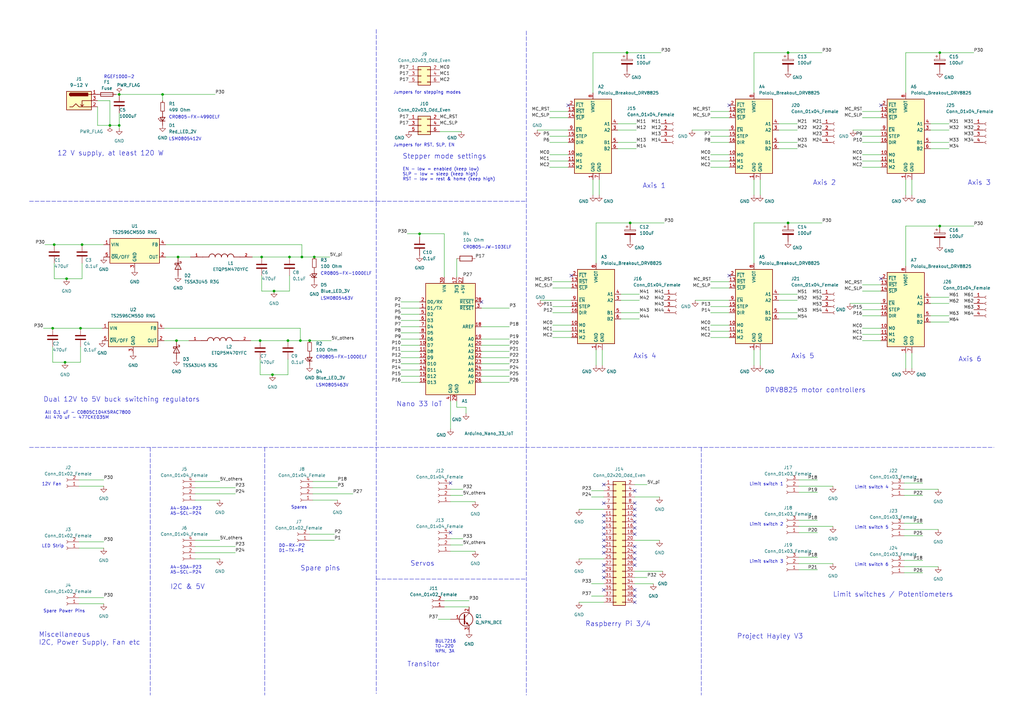
<source format=kicad_sch>
(kicad_sch (version 20211123) (generator eeschema)
  (paper "A3")
  (junction (at 323.215 21.59))
  (junction (at 48.895 51.435))
  (junction (at 48.895 38.735))
  (junction (at 118.11 139.7))
  (junction (at 27.305 114.3))
  (junction (at 323.215 91.44))
  (junction (at 22.225 100.33))
  (junction (at 33.02 134.62))
  (junction (at 172.085 95.885))
  (junction (at 66.675 38.735))
  (junction (at 106.68 139.7))
  (junction (at 33.655 100.33))
  (junction (at 118.745 105.41))
  (junction (at 107.315 105.41))
  (junction (at 385.445 92.71))
  (junction (at 72.39 139.7))
  (junction (at 111.76 153.67))
  (junction (at 73.025 105.41))
  (junction (at 385.445 21.59))
  (junction (at 123.19 139.7))
  (junction (at 258.445 91.44))
  (junction (at 127 139.7))
  (junction (at 112.395 119.38))
  (junction (at 26.67 148.59))
  (junction (at 123.825 105.41))
  (junction (at 45.085 51.435))
  (junction (at 257.175 21.59))
  (junction (at 21.59 134.62))
  (junction (at 128.905 105.41))
  (no_connect (at 361.315 114.3))
  (no_connect (at 361.315 43.18))
  (no_connect (at 247.65 213.995))
  (no_connect (at 184.785 198.12))
  (no_connect (at 184.785 218.44))
  (no_connect (at 260.35 211.455))
  (no_connect (at 260.35 229.235))
  (no_connect (at 260.35 247.015))
  (no_connect (at 260.35 224.155))
  (no_connect (at 260.35 226.695))
  (no_connect (at 299.085 43.18))
  (no_connect (at 260.35 206.375))
  (no_connect (at 247.65 211.455))
  (no_connect (at 260.35 231.775))
  (no_connect (at 299.085 113.03))
  (no_connect (at 247.65 241.935))
  (no_connect (at 260.35 244.475))
  (no_connect (at 247.65 236.855))
  (no_connect (at 260.35 201.295))
  (no_connect (at 197.485 123.825))
  (no_connect (at 247.65 226.695))
  (no_connect (at 247.65 231.775))
  (no_connect (at 247.65 221.615))
  (no_connect (at 260.35 208.915))
  (no_connect (at 247.65 198.755))
  (no_connect (at 247.65 206.375))
  (no_connect (at 234.315 113.03))
  (no_connect (at 260.35 216.535))
  (no_connect (at 247.65 224.155))
  (no_connect (at 247.65 216.535))
  (no_connect (at 247.65 219.075))
  (no_connect (at 247.65 234.315))
  (no_connect (at 260.35 219.075))
  (no_connect (at 233.045 43.18))
  (no_connect (at 260.35 213.995))
  (no_connect (at 260.35 241.935))
  (wire (pts (xy 309.245 91.44) (xy 323.215 91.44)))
  (wire (pts (xy 257.175 21.59) (xy 271.145 21.59)))
  (wire (pts (xy 164.465 133.985) (xy 172.085 133.985)))
  (wire (pts (xy 221.615 123.19) (xy 234.315 123.19)))
  (wire (pts (xy 381.635 124.46) (xy 389.255 124.46)))
  (wire (pts (xy 253.365 50.8) (xy 260.985 50.8)))
  (wire (pts (xy 40.005 51.435) (xy 45.085 51.435)))
  (wire (pts (xy 182.245 248.92) (xy 192.405 248.92)))
  (wire (pts (xy 353.695 45.72) (xy 361.315 45.72)))
  (wire (pts (xy 353.695 137.16) (xy 361.315 137.16)))
  (wire (pts (xy 128.27 205.105) (xy 138.43 205.105)))
  (wire (pts (xy 225.425 68.58) (xy 233.045 68.58)))
  (wire (pts (xy 191.135 167.005) (xy 191.135 169.545)))
  (wire (pts (xy 370.84 198.12) (xy 378.46 198.12)))
  (wire (pts (xy 291.465 138.43) (xy 299.085 138.43)))
  (wire (pts (xy 111.76 153.67) (xy 106.68 153.67)))
  (wire (pts (xy 164.465 139.065) (xy 172.085 139.065)))
  (wire (pts (xy 45.085 51.435) (xy 48.895 51.435)))
  (wire (pts (xy 291.465 135.89) (xy 299.085 135.89)))
  (wire (pts (xy 353.695 68.58) (xy 361.315 68.58)))
  (wire (pts (xy 242.57 239.395) (xy 247.65 239.395)))
  (wire (pts (xy 123.19 134.62) (xy 123.19 139.7)))
  (wire (pts (xy 225.425 48.26) (xy 233.045 48.26)))
  (wire (pts (xy 123.825 105.41) (xy 128.905 105.41)))
  (wire (pts (xy 26.67 148.59) (xy 21.59 148.59)))
  (wire (pts (xy 107.315 105.41) (xy 118.745 105.41)))
  (wire (pts (xy 184.785 226.06) (xy 194.945 226.06)))
  (wire (pts (xy 164.465 136.525) (xy 172.085 136.525)))
  (wire (pts (xy 253.365 58.42) (xy 260.985 58.42)))
  (wire (pts (xy 319.405 130.81) (xy 327.025 130.81)))
  (wire (pts (xy 226.695 135.89) (xy 234.315 135.89)))
  (wire (pts (xy 40.005 43.815) (xy 40.005 51.435)))
  (wire (pts (xy 127 219.075) (xy 137.16 219.075)))
  (wire (pts (xy 197.485 156.845) (xy 208.915 156.845)))
  (wire (pts (xy 243.205 21.59) (xy 257.175 21.59)))
  (wire (pts (xy 179.705 254) (xy 184.785 254)))
  (wire (pts (xy 80.01 224.155) (xy 96.52 224.155)))
  (wire (pts (xy 48.895 38.735) (xy 66.675 38.735)))
  (wire (pts (xy 32.385 196.85) (xy 42.545 196.85)))
  (wire (pts (xy 103.505 105.41) (xy 107.315 105.41)))
  (wire (pts (xy 353.695 63.5) (xy 361.315 63.5)))
  (wire (pts (xy 32.385 224.79) (xy 42.545 224.79)))
  (polyline (pts (xy 287.655 183.515) (xy 287.655 285.115)))
  (wire (pts (xy 371.475 92.71) (xy 385.445 92.71)))
  (polyline (pts (xy 154.305 82.55) (xy 215.9 82.55)))
  (wire (pts (xy 254.635 123.19) (xy 262.255 123.19)))
  (wire (pts (xy 226.695 125.73) (xy 234.315 125.73)))
  (wire (pts (xy 319.405 58.42) (xy 327.025 58.42)))
  (wire (pts (xy 374.015 73.66) (xy 374.015 80.01)))
  (wire (pts (xy 33.02 142.24) (xy 33.02 148.59)))
  (wire (pts (xy 327.66 199.39) (xy 341.63 199.39)))
  (wire (pts (xy 327.66 233.68) (xy 335.28 233.68)))
  (wire (pts (xy 247.015 143.51) (xy 247.015 149.86)))
  (wire (pts (xy 381.635 58.42) (xy 389.255 58.42)))
  (wire (pts (xy 80.01 200.025) (xy 96.52 200.025)))
  (wire (pts (xy 106.68 147.32) (xy 106.68 153.67)))
  (wire (pts (xy 197.485 126.365) (xy 208.915 126.365)))
  (wire (pts (xy 226.695 138.43) (xy 234.315 138.43)))
  (wire (pts (xy 254.635 130.81) (xy 262.255 130.81)))
  (wire (pts (xy 220.345 53.34) (xy 233.045 53.34)))
  (wire (pts (xy 164.465 128.905) (xy 172.085 128.905)))
  (wire (pts (xy 370.84 219.71) (xy 378.46 219.71)))
  (wire (pts (xy 353.695 66.04) (xy 361.315 66.04)))
  (wire (pts (xy 260.35 221.615) (xy 270.51 221.615)))
  (wire (pts (xy 197.485 149.225) (xy 208.915 149.225)))
  (wire (pts (xy 164.465 131.445) (xy 172.085 131.445)))
  (wire (pts (xy 291.465 115.57) (xy 299.085 115.57)))
  (wire (pts (xy 319.405 60.96) (xy 327.025 60.96)))
  (wire (pts (xy 243.205 38.1) (xy 243.205 21.59)))
  (wire (pts (xy 260.35 203.835) (xy 270.51 203.835)))
  (wire (pts (xy 72.39 139.7) (xy 77.47 139.7)))
  (wire (pts (xy 32.385 222.25) (xy 42.545 222.25)))
  (wire (pts (xy 327.66 215.9) (xy 341.63 215.9)))
  (wire (pts (xy 370.84 214.63) (xy 378.46 214.63)))
  (wire (pts (xy 48.895 51.435) (xy 48.895 46.355)))
  (wire (pts (xy 164.465 151.765) (xy 172.085 151.765)))
  (wire (pts (xy 67.31 139.7) (xy 72.39 139.7)))
  (wire (pts (xy 164.465 141.605) (xy 172.085 141.605)))
  (wire (pts (xy 164.465 123.825) (xy 172.085 123.825)))
  (wire (pts (xy 371.475 144.78) (xy 371.475 151.13)))
  (wire (pts (xy 353.695 58.42) (xy 361.315 58.42)))
  (wire (pts (xy 381.635 129.54) (xy 389.255 129.54)))
  (wire (pts (xy 243.205 73.66) (xy 243.205 80.01)))
  (wire (pts (xy 353.695 116.84) (xy 361.315 116.84)))
  (wire (pts (xy 21.59 134.62) (xy 33.02 134.62)))
  (wire (pts (xy 67.31 134.62) (xy 123.19 134.62)))
  (wire (pts (xy 197.485 151.765) (xy 208.915 151.765)))
  (wire (pts (xy 260.35 234.315) (xy 271.78 234.315)))
  (wire (pts (xy 197.485 154.305) (xy 208.915 154.305)))
  (wire (pts (xy 309.245 38.1) (xy 309.245 21.59)))
  (wire (pts (xy 353.695 48.26) (xy 361.315 48.26)))
  (wire (pts (xy 381.635 132.08) (xy 389.255 132.08)))
  (wire (pts (xy 309.245 143.51) (xy 309.245 149.86)))
  (wire (pts (xy 245.745 73.66) (xy 245.745 80.01)))
  (wire (pts (xy 309.245 73.66) (xy 309.245 80.01)))
  (wire (pts (xy 327.66 218.44) (xy 335.28 218.44)))
  (wire (pts (xy 225.425 58.42) (xy 233.045 58.42)))
  (wire (pts (xy 311.785 73.66) (xy 311.785 80.01)))
  (wire (pts (xy 167.005 95.885) (xy 172.085 95.885)))
  (wire (pts (xy 260.35 239.395) (xy 267.97 239.395)))
  (wire (pts (xy 244.475 143.51) (xy 244.475 149.86)))
  (wire (pts (xy 128.905 105.41) (xy 135.255 105.41)))
  (wire (pts (xy 381.635 60.96) (xy 389.255 60.96)))
  (wire (pts (xy 164.465 149.225) (xy 172.085 149.225)))
  (polyline (pts (xy 154.305 237.49) (xy 215.9 237.49)))
  (wire (pts (xy 80.01 221.615) (xy 90.17 221.615)))
  (wire (pts (xy 370.84 229.87) (xy 378.46 229.87)))
  (polyline (pts (xy 12.065 82.55) (xy 154.305 82.55)))
  (wire (pts (xy 184.785 164.465) (xy 184.785 175.895)))
  (wire (pts (xy 253.365 53.34) (xy 260.985 53.34)))
  (wire (pts (xy 187.325 106.045) (xy 187.325 113.665)))
  (wire (pts (xy 184.785 220.98) (xy 189.865 220.98)))
  (wire (pts (xy 381.635 53.34) (xy 389.255 53.34)))
  (wire (pts (xy 66.675 41.275) (xy 66.675 38.735)))
  (wire (pts (xy 291.465 55.88) (xy 299.085 55.88)))
  (wire (pts (xy 353.695 139.7) (xy 361.315 139.7)))
  (wire (pts (xy 225.425 55.88) (xy 233.045 55.88)))
  (wire (pts (xy 323.215 91.44) (xy 337.185 91.44)))
  (wire (pts (xy 244.475 107.95) (xy 244.475 91.44)))
  (wire (pts (xy 319.405 120.65) (xy 327.025 120.65)))
  (wire (pts (xy 291.465 58.42) (xy 299.085 58.42)))
  (wire (pts (xy 197.485 139.065) (xy 208.915 139.065)))
  (wire (pts (xy 370.84 234.95) (xy 378.46 234.95)))
  (wire (pts (xy 283.845 53.34) (xy 299.085 53.34)))
  (wire (pts (xy 327.66 228.6) (xy 335.28 228.6)))
  (wire (pts (xy 118.11 153.67) (xy 111.76 153.67)))
  (wire (pts (xy 381.635 50.8) (xy 389.255 50.8)))
  (wire (pts (xy 260.35 198.755) (xy 265.43 198.755)))
  (wire (pts (xy 180.34 53.975) (xy 189.23 53.975)))
  (wire (pts (xy 242.57 244.475) (xy 247.65 244.475)))
  (wire (pts (xy 371.475 73.66) (xy 371.475 80.01)))
  (wire (pts (xy 127 221.615) (xy 137.16 221.615)))
  (wire (pts (xy 226.695 128.27) (xy 234.315 128.27)))
  (wire (pts (xy 237.49 208.915) (xy 247.65 208.915)))
  (wire (pts (xy 184.785 203.2) (xy 189.865 203.2)))
  (wire (pts (xy 353.695 127) (xy 361.315 127)))
  (wire (pts (xy 353.695 129.54) (xy 361.315 129.54)))
  (wire (pts (xy 370.84 200.66) (xy 384.81 200.66)))
  (wire (pts (xy 353.695 119.38) (xy 361.315 119.38)))
  (wire (pts (xy 107.315 113.03) (xy 107.315 119.38)))
  (wire (pts (xy 184.785 205.74) (xy 194.945 205.74)))
  (wire (pts (xy 33.655 107.95) (xy 33.655 114.3)))
  (wire (pts (xy 32.385 245.11) (xy 42.545 245.11)))
  (wire (pts (xy 80.01 205.105) (xy 90.17 205.105)))
  (wire (pts (xy 370.84 232.41) (xy 384.81 232.41)))
  (wire (pts (xy 80.01 229.235) (xy 90.17 229.235)))
  (wire (pts (xy 128.27 197.485) (xy 138.43 197.485)))
  (wire (pts (xy 197.485 133.985) (xy 208.915 133.985)))
  (wire (pts (xy 27.305 114.3) (xy 22.225 114.3)))
  (wire (pts (xy 128.27 202.565) (xy 144.78 202.565)))
  (wire (pts (xy 258.445 91.44) (xy 272.415 91.44)))
  (wire (pts (xy 370.84 217.17) (xy 384.81 217.17)))
  (wire (pts (xy 18.415 100.33) (xy 22.225 100.33)))
  (wire (pts (xy 33.02 148.59) (xy 26.67 148.59)))
  (wire (pts (xy 242.57 203.835) (xy 247.65 203.835)))
  (wire (pts (xy 80.01 202.565) (xy 96.52 202.565)))
  (wire (pts (xy 237.49 229.235) (xy 247.65 229.235)))
  (wire (pts (xy 385.445 92.71) (xy 399.415 92.71)))
  (wire (pts (xy 353.695 55.88) (xy 361.315 55.88)))
  (wire (pts (xy 371.475 21.59) (xy 385.445 21.59)))
  (wire (pts (xy 187.325 164.465) (xy 187.325 167.005)))
  (wire (pts (xy 182.245 95.885) (xy 172.085 95.885)))
  (wire (pts (xy 172.085 95.885) (xy 172.085 97.155)))
  (wire (pts (xy 22.225 107.95) (xy 22.225 114.3)))
  (wire (pts (xy 348.615 124.46) (xy 361.315 124.46)))
  (wire (pts (xy 291.465 66.04) (xy 299.085 66.04)))
  (wire (pts (xy 47.625 38.735) (xy 48.895 38.735)))
  (wire (pts (xy 309.245 107.95) (xy 309.245 91.44)))
  (wire (pts (xy 225.425 45.72) (xy 233.045 45.72)))
  (wire (pts (xy 127 139.7) (xy 135.89 139.7)))
  (wire (pts (xy 164.465 156.845) (xy 172.085 156.845)))
  (wire (pts (xy 164.465 144.145) (xy 172.085 144.145)))
  (wire (pts (xy 291.465 63.5) (xy 299.085 63.5)))
  (wire (pts (xy 67.945 100.33) (xy 123.825 100.33)))
  (wire (pts (xy 80.01 197.485) (xy 90.17 197.485)))
  (wire (pts (xy 226.695 118.11) (xy 234.315 118.11)))
  (wire (pts (xy 254.635 120.65) (xy 262.255 120.65)))
  (wire (pts (xy 33.655 114.3) (xy 27.305 114.3)))
  (wire (pts (xy 237.49 247.015) (xy 247.65 247.015)))
  (wire (pts (xy 323.215 21.59) (xy 337.185 21.59)))
  (wire (pts (xy 311.785 143.51) (xy 311.785 149.86)))
  (polyline (pts (xy 108.585 183.515) (xy 108.585 285.115)))
  (wire (pts (xy 128.27 200.025) (xy 138.43 200.025)))
  (wire (pts (xy 118.11 147.32) (xy 118.11 153.67)))
  (wire (pts (xy 381.635 121.92) (xy 389.255 121.92)))
  (polyline (pts (xy 215.9 12.7) (xy 215.9 285.115)))
  (wire (pts (xy 17.78 134.62) (xy 21.59 134.62)))
  (wire (pts (xy 80.01 226.695) (xy 96.52 226.695)))
  (wire (pts (xy 187.325 167.005) (xy 191.135 167.005)))
  (wire (pts (xy 164.465 146.685) (xy 172.085 146.685)))
  (polyline (pts (xy 154.305 12.065) (xy 154.305 284.48)))
  (wire (pts (xy 106.68 139.7) (xy 118.11 139.7)))
  (wire (pts (xy 73.025 105.41) (xy 78.105 105.41)))
  (wire (pts (xy 225.425 63.5) (xy 233.045 63.5)))
  (wire (pts (xy 112.395 119.38) (xy 107.315 119.38)))
  (wire (pts (xy 22.225 100.33) (xy 33.655 100.33)))
  (wire (pts (xy 309.245 21.59) (xy 323.215 21.59)))
  (wire (pts (xy 319.405 128.27) (xy 327.025 128.27)))
  (wire (pts (xy 291.465 45.72) (xy 299.085 45.72)))
  (wire (pts (xy 184.785 200.66) (xy 189.865 200.66)))
  (wire (pts (xy 197.485 141.605) (xy 208.915 141.605)))
  (wire (pts (xy 182.245 113.665) (xy 182.245 95.885)))
  (wire (pts (xy 319.405 53.34) (xy 327.025 53.34)))
  (wire (pts (xy 118.745 113.03) (xy 118.745 119.38)))
  (wire (pts (xy 123.19 139.7) (xy 127 139.7)))
  (wire (pts (xy 32.385 199.39) (xy 42.545 199.39)))
  (wire (pts (xy 374.015 144.78) (xy 374.015 151.13)))
  (wire (pts (xy 254.635 128.27) (xy 262.255 128.27)))
  (wire (pts (xy 291.465 128.27) (xy 299.085 128.27)))
  (wire (pts (xy 225.425 66.04) (xy 233.045 66.04)))
  (wire (pts (xy 197.485 144.145) (xy 208.915 144.145)))
  (wire (pts (xy 291.465 48.26) (xy 299.085 48.26)))
  (wire (pts (xy 327.66 201.93) (xy 335.28 201.93)))
  (wire (pts (xy 40.005 41.275) (xy 45.085 41.275)))
  (wire (pts (xy 21.59 142.24) (xy 21.59 148.59)))
  (wire (pts (xy 48.895 52.705) (xy 48.895 51.435)))
  (wire (pts (xy 67.945 105.41) (xy 73.025 105.41)))
  (wire (pts (xy 226.695 115.57) (xy 234.315 115.57)))
  (wire (pts (xy 319.405 50.8) (xy 327.025 50.8)))
  (wire (pts (xy 118.745 119.38) (xy 112.395 119.38)))
  (wire (pts (xy 349.885 53.34) (xy 361.315 53.34)))
  (wire (pts (xy 327.66 231.14) (xy 341.63 231.14)))
  (wire (pts (xy 244.475 91.44) (xy 258.445 91.44)))
  (wire (pts (xy 327.66 196.85) (xy 335.28 196.85)))
  (wire (pts (xy 102.87 139.7) (xy 106.68 139.7)))
  (wire (pts (xy 291.465 68.58) (xy 299.085 68.58)))
  (wire (pts (xy 33.655 100.33) (xy 42.545 100.33)))
  (wire (pts (xy 66.675 38.735) (xy 88.265 38.735)))
  (wire (pts (xy 226.695 133.35) (xy 234.315 133.35)))
  (wire (pts (xy 291.465 133.35) (xy 299.085 133.35)))
  (wire (pts (xy 385.445 21.59) (xy 399.415 21.59)))
  (wire (pts (xy 260.35 236.855) (xy 265.43 236.855)))
  (wire (pts (xy 197.485 146.685) (xy 208.915 146.685)))
  (wire (pts (xy 370.84 203.2) (xy 378.46 203.2)))
  (wire (pts (xy 291.465 118.11) (xy 299.085 118.11)))
  (wire (pts (xy 371.475 38.1) (xy 371.475 21.59)))
  (wire (pts (xy 32.385 247.65) (xy 42.545 247.65)))
  (wire (pts (xy 164.465 154.305) (xy 172.085 154.305)))
  (polyline (pts (xy 12.065 183.515) (xy 407.67 183.515)))
  (wire (pts (xy 118.11 139.7) (xy 123.19 139.7)))
  (wire (pts (xy 45.085 41.275) (xy 45.085 51.435)))
  (wire (pts (xy 353.695 134.62) (xy 361.315 134.62)))
  (wire (pts (xy 253.365 60.96) (xy 260.985 60.96)))
  (wire (pts (xy 319.405 123.19) (xy 327.025 123.19)))
  (wire (pts (xy 182.245 246.38) (xy 192.405 246.38)))
  (wire (pts (xy 184.785 223.52) (xy 189.865 223.52)))
  (wire (pts (xy 123.825 100.33) (xy 123.825 105.41)))
  (polyline (pts (xy 61.595 183.515) (xy 61.595 285.115)))
  (wire (pts (xy 285.115 123.19) (xy 299.085 123.19)))
  (wire (pts (xy 371.475 109.22) (xy 371.475 92.71)))
  (wire (pts (xy 33.02 134.62) (xy 41.91 134.62)))
  (wire (pts (xy 327.66 213.36) (xy 335.28 213.36)))
  (wire (pts (xy 164.465 126.365) (xy 172.085 126.365)))
  (wire (pts (xy 291.465 125.73) (xy 299.085 125.73)))
  (wire (pts (xy 242.57 201.295) (xy 247.65 201.295)))
  (wire (pts (xy 118.745 105.41) (xy 123.825 105.41)))
  (text "A4-SDA-P23\nA5-SCL-P24" (at 69.85 235.585 0) (effects (font (size 1.27 1.27)) (justify left bottom)))
  (text "Limit switch 2" (at 321.31 215.9 180) (effects (font (size 1.27 1.27)) (justify right bottom)))
  (text "Jumpers for stepping modes" (at 161.29 38.735 0) (effects (font (size 1.27 1.27)) (justify left bottom)))
  (text "Project Hayley V3" (at 302.26 262.255 0) (effects (font (size 2 2)) (justify left bottom)))
  (text "Limit switches / Potentiometers" (at 341.63 245.11 0) (effects (font (size 2 2)) (justify left bottom)))
  (text "Miscellaneous\nI2C, Power Supply, Fan etc" (at 15.875 264.795 0) (effects (font (size 2 2)) (justify left bottom)))
  (text "CR0805-JW-103ELF" (at 189.865 102.235 0) (effects (font (size 1.27 1.27)) (justify left bottom)))
  (text "D0-RX-P2\nD1-TX-P1" (at 114.3 226.695 0) (effects (font (size 1.27 1.27)) (justify left bottom)))
  (text "All 0.1 uF - C0805C104K5RAC7800\nAll 470 uF - 477CKE035M" (at 18.415 172.085 0) (effects (font (size 1.27 1.27)) (justify left bottom)))
  (text "CR0805-FX-1000ELF" (at 129.54 147.32 0) (effects (font (size 1.27 1.27)) (justify left bottom)))
  (text "Axis 4" (at 259.715 147.32 0) (effects (font (size 2 2)) (justify left bottom)))
  (text "BUL7216\nTO-220\nNPN, 3A" (at 178.435 267.97 0) (effects (font (size 1.27 1.27)) (justify left bottom)))
  (text "Axis 1" (at 263.525 77.47 0) (effects (font (size 2 2)) (justify left bottom)))
  (text "Limit switch 1" (at 321.31 199.39 180) (effects (font (size 1.27 1.27)) (justify right bottom)))
  (text "A4-SDA-P23\nA5-SCL-P24" (at 69.85 211.455 0) (effects (font (size 1.27 1.27)) (justify left bottom)))
  (text "Limit switch 6" (at 364.49 232.41 180) (effects (font (size 1.27 1.27)) (justify right bottom)))
  (text "CR0805-FX-4990ELF" (at 69.215 48.895 0) (effects (font (size 1.27 1.27)) (justify left bottom)))
  (text "Limit switch 4" (at 364.49 200.66 180) (effects (font (size 1.27 1.27)) (justify right bottom)))
  (text "Servos" (at 168.275 232.41 0) (effects (font (size 2 2)) (justify left bottom)))
  (text "Limit switch 5" (at 364.49 217.17 180) (effects (font (size 1.27 1.27)) (justify right bottom)))
  (text "LSM0805463V" (at 131.445 123.2536 0) (effects (font (size 1.27 1.27)) (justify left bottom)))
  (text "Stepper mode settings" (at 165.1 65.405 0) (effects (font (size 2 2)) (justify left bottom)))
  (text "EN - low = enabled (keep low)\nSLP - low = sleep (keep high)\nRST - low = rest & home (keep high)" (at 165.1 74.295 0) (effects (font (size 1.27 1.27)) (justify left bottom)))
  (text "Axis 6" (at 393.065 148.59 0) (effects (font (size 2 2)) (justify left bottom)))
  (text "Transitor" (at 167.005 273.685 0) (effects (font (size 2 2)) (justify left bottom)))
  (text "LSM0805412V" (at 69.215 57.8486 0) (effects (font (size 1.27 1.27)) (justify left bottom)))
  (text "LED Strip" (at 17.145 224.79 0) (effects (font (size 1.27 1.27)) (justify left bottom)))
  (text "RGEF1000-2" (at 42.545 32.385 0) (effects (font (size 1.27 1.27)) (justify left bottom)))
  (text "LSM0805463V" (at 129.54 158.8136 0) (effects (font (size 1.27 1.27)) (justify left bottom)))
  (text "Spare Power Pins" (at 34.925 251.46 180) (effects (font (size 1.27 1.27)) (justify right bottom)))
  (text "Spares" (at 119.38 208.915 0) (effects (font (size 1.27 1.27)) (justify left bottom)))
  (text "I2C & 5V" (at 69.85 241.935 0) (effects (font (size 2 2)) (justify left bottom)))
  (text "Limit switch 3" (at 321.31 231.14 180) (effects (font (size 1.27 1.27)) (justify right bottom)))
  (text "CR0805-FX-1000ELF" (at 131.445 113.03 0) (effects (font (size 1.27 1.27)) (justify left bottom)))
  (text "Axis 2" (at 333.375 76.2 0) (effects (font (size 2 2)) (justify left bottom)))
  (text "12V Fan" (at 17.145 199.39 0) (effects (font (size 1.27 1.27)) (justify left bottom)))
  (text "Spare pins" (at 123.19 234.315 0) (effects (font (size 2 2)) (justify left bottom)))
  (text "Nano 33 IoT" (at 162.56 167.005 0) (effects (font (size 2 2)) (justify left bottom)))
  (text "Dual 12V to 5V buck switching regulators" (at 17.78 165.1 0) (effects (font (size 2 2)) (justify left bottom)))
  (text "Jumpers for RST, SLP, EN" (at 161.29 60.325 0) (effects (font (size 1.27 1.27)) (justify left bottom)))
  (text "Axis 5" (at 324.485 147.32 0) (effects (font (size 2 2)) (justify left bottom)))
  (text "Axis 3" (at 396.875 76.2 0) (effects (font (size 2 2)) (justify left bottom)))
  (text "12 V supply, at least 120 W" (at 23.495 64.135 0) (effects (font (size 2 2)) (justify left bottom)))
  (text "Raspberry Pi 3/4" (at 240.03 257.175 0) (effects (font (size 2 2)) (justify left bottom)))
  (text "DRV8825 motor controllers" (at 313.69 161.29 0) (effects (font (size 2 2)) (justify left bottom)))
  (label "P9" (at 164.465 139.065 180))
  (label "M43" (at 262.255 128.27 0))
  (label "P3" (at 138.43 200.025 0))
  (label "P21" (at 208.915 144.145 0))
  (label "M52" (at 327.025 123.19 0))
  (label "M21" (at 337.185 50.8 180))
  (label "P24" (at 96.52 202.565 0))
  (label "5V_others" (at 135.89 139.7 0))
  (label "MC1" (at 226.695 135.89 180))
  (label "5V_pi" (at 265.43 198.755 0))
  (label "MC0" (at 353.695 134.62 180))
  (label "M63" (at 389.255 129.54 0))
  (label "M12" (at 260.985 53.34 0))
  (label "P30" (at 42.545 222.25 0))
  (label "MC0" (at 226.695 133.35 180))
  (label "P18" (at 378.46 229.87 180))
  (label "5V_pi" (at 135.255 105.41 0))
  (label "M64" (at 389.255 132.08 0))
  (label "MC_RST" (at 225.425 45.72 180))
  (label "P7" (at 291.465 55.88 180))
  (label "P12" (at 164.465 146.685 180))
  (label "MC2" (at 291.465 138.43 180))
  (label "MC0" (at 353.695 63.5 180))
  (label "P18" (at 378.46 198.12 180))
  (label "P30" (at 337.185 91.44 0))
  (label "P16" (at 353.695 129.54 180))
  (label "P22" (at 378.46 203.2 180))
  (label "P13" (at 291.465 125.73 180))
  (label "MC2" (at 353.695 139.7 180))
  (label "P5" (at 225.425 55.88 180))
  (label "M31" (at 389.255 50.8 0))
  (label "P37" (at 242.57 244.475 180))
  (label "MC2" (at 353.695 68.58 180))
  (label "P15" (at 164.465 154.305 180))
  (label "P32" (at 189.865 200.66 0))
  (label "MC_RST" (at 180.34 48.895 0))
  (label "P32" (at 265.43 236.855 0))
  (label "P8" (at 291.465 58.42 180))
  (label "P30" (at 337.185 21.59 0))
  (label "P27" (at 189.865 113.665 0))
  (label "M11" (at 260.985 50.8 0))
  (label "P18" (at 335.28 196.85 180))
  (label "P7" (at 164.465 133.985 180))
  (label "P25" (at 208.915 154.305 0))
  (label "MC_SLP" (at 353.695 48.26 180))
  (label "M44" (at 262.255 130.81 0))
  (label "M51" (at 337.185 120.65 180))
  (label "P19" (at 335.28 201.93 180))
  (label "P23" (at 96.52 200.025 0))
  (label "P15" (at 353.695 127 180))
  (label "M42" (at 262.255 123.19 0))
  (label "P37" (at 179.705 254 180))
  (label "P24" (at 208.915 151.765 0))
  (label "P30" (at 17.78 134.62 180))
  (label "MC0" (at 225.425 63.5 180))
  (label "P3" (at 208.915 126.365 0))
  (label "P30" (at 272.415 91.44 0))
  (label "MC0" (at 291.465 133.35 180))
  (label "MC_RST" (at 291.465 45.72 180))
  (label "MC_RST" (at 226.695 115.57 180))
  (label "M21" (at 327.025 50.8 0))
  (label "M24" (at 327.025 60.96 0))
  (label "P14" (at 291.465 128.27 180))
  (label "M51" (at 327.025 120.65 0))
  (label "P22" (at 208.915 146.685 0))
  (label "P13" (at 164.465 149.225 180))
  (label "5V_others" (at 189.865 223.52 0))
  (label "M33" (at 389.255 58.42 0))
  (label "P26" (at 208.915 156.845 0))
  (label "P20" (at 208.915 141.605 0))
  (label "MC_SLP" (at 291.465 118.11 180))
  (label "MC_SLP" (at 180.34 51.435 0))
  (label "M22" (at 327.025 53.34 0))
  (label "P6" (at 164.465 131.445 180))
  (label "M11" (at 271.145 50.8 180))
  (label "MC1" (at 180.34 31.115 0))
  (label "P6" (at 225.425 58.42 180))
  (label "M52" (at 337.185 123.19 180))
  (label "M42" (at 272.415 123.19 180))
  (label "MC2" (at 180.34 33.655 0))
  (label "P30" (at 18.415 100.33 180))
  (label "M13" (at 271.145 55.88 180))
  (label "M14" (at 260.985 60.96 0))
  (label "MC2" (at 226.695 138.43 180))
  (label "P30" (at 399.415 92.71 0))
  (label "P1" (at 137.16 221.615 0))
  (label "MC_SLP" (at 291.465 48.26 180))
  (label "P33" (at 242.57 239.395 180))
  (label "P30" (at 88.265 38.735 0))
  (label "P17" (at 167.64 48.895 180))
  (label "M53" (at 337.185 125.73 180))
  (label "MC1" (at 225.425 66.04 180))
  (label "P2" (at 164.465 123.825 180))
  (label "P17" (at 167.64 28.575 180))
  (label "MC2" (at 225.425 68.58 180))
  (label "P18" (at 335.28 213.36 180))
  (label "M34" (at 399.415 58.42 180))
  (label "P16" (at 164.465 156.845 180))
  (label "P26" (at 378.46 234.95 180))
  (label "P20" (at 335.28 218.44 180))
  (label "M43" (at 272.415 125.73 180))
  (label "M62" (at 399.415 124.46 180))
  (label "M22" (at 337.185 53.34 180))
  (label "M31" (at 399.415 50.8 180))
  (label "P5" (at 164.465 128.905 180))
  (label "M63" (at 399.415 127 180))
  (label "P24" (at 242.57 203.835 180))
  (label "P17" (at 167.64 33.655 180))
  (label "MC_SLP" (at 353.695 119.38 180))
  (label "P30" (at 42.545 196.85 0))
  (label "MC2" (at 291.465 68.58 180))
  (label "P30" (at 167.005 95.885 180))
  (label "M34" (at 389.255 60.96 0))
  (label "MC_SLP" (at 225.425 48.26 180))
  (label "P10" (at 164.465 141.605 180))
  (label "M44" (at 272.415 128.27 180))
  (label "MC1" (at 353.695 137.16 180))
  (label "P12" (at 226.695 128.27 180))
  (label "MC_RST" (at 291.6829 115.57 180))
  (label "P21" (at 335.28 233.68 180))
  (label "M14" (at 271.145 58.42 180))
  (label "M33" (at 399.415 55.88 180))
  (label "M61" (at 399.415 121.92 180))
  (label "MC_RST" (at 353.695 45.72 180))
  (label "M32" (at 399.415 53.34 180))
  (label "P10" (at 353.695 58.42 180))
  (label "M32" (at 389.255 53.34 0))
  (label "M41" (at 272.415 120.65 180))
  (label "P27" (at 144.78 202.565 0))
  (label "MC_SLP" (at 226.695 118.11 180))
  (label "M62" (at 389.255 124.46 0))
  (label "5V_others" (at 90.17 197.485 0))
  (label "MC_RST" (at 353.695 116.84 180))
  (label "P30" (at 271.145 21.59 0))
  (label "M54" (at 327.025 130.81 0))
  (label "P30" (at 192.405 246.38 0))
  (label "P23" (at 242.57 201.295 180))
  (label "M64" (at 399.415 129.54 180))
  (label "P24" (at 96.52 226.695 0))
  (label "MC0" (at 291.465 63.5 180))
  (label "MC1" (at 291.465 66.04 180))
  (label "M41" (at 262.255 120.65 0))
  (label "P30" (at 399.415 21.59 0))
  (label "P17" (at 167.64 51.435 180))
  (label "P11" (at 226.695 125.73 180))
  (label "M54" (at 337.185 128.27 180))
  (label "P11" (at 164.465 144.145 180))
  (label "M61" (at 389.255 121.92 0))
  (label "M23" (at 337.185 55.88 180))
  (label "M24" (at 337.185 58.42 180))
  (label "P33" (at 189.865 220.98 0))
  (label "M13" (at 260.985 58.42 0))
  (label "P8" (at 164.465 136.525 180))
  (label "MC0" (at 180.34 28.575 0))
  (label "M12" (at 271.145 53.34 180))
  (label "P18" (at 138.43 197.485 0))
  (label "P23" (at 208.915 149.225 0))
  (label "P1" (at 164.465 126.365 180))
  (label "MC1" (at 353.695 66.04 180))
  (label "P9" (at 353.695 55.88 180))
  (label "P17" (at 167.64 31.115 180))
  (label "P18" (at 378.46 214.63 180))
  (label "P18" (at 208.915 133.985 0))
  (label "MC1" (at 291.465 135.89 180))
  (label "P2" (at 137.16 219.075 0))
  (label "5V_others" (at 189.865 203.2 0))
  (label "P17" (at 194.945 106.045 0))
  (label "P25" (at 378.46 219.71 180))
  (label "P30" (at 42.545 245.11 0))
  (label "P23" (at 96.52 224.155 0))
  (label "P18" (at 335.28 228.6 180))
  (label "5V_others" (at 90.17 221.615 0))
  (label "M53" (at 327.025 128.27 0))
  (label "P14" (at 164.465 151.765 180))
  (label "M23" (at 327.025 58.42 0))
  (label "P19" (at 208.915 139.065 0))
  (symbol (lib_id "power:GND") (at 271.78 234.315 0) (unit 1)
    (property "Reference" "#PWR040" (effects hide))
    (property "Value" "GND" (at 271.78 239.395 0))
  )
  (symbol (lib_id "Connector:Conn_01x04_Female") (at 404.495 124.46 0) (unit 1)
    (property "Reference" "J26" (at 386.715 115.57 0) (effects (justify left)))
    (property "Value" "Conn_01x04_Female" (at 386.715 118.11 0) (effects (justify left)))
    (property "Footprint" "Connector_JST:JST_XH_B4B-XH-A_1x04_P2.50mm_Vertical" (effects hide))
  )
  (symbol (lib_id "Device:C_Polarized") (at 385.445 96.52 0) (unit 1)
    (property "Reference" "C16" (at 389.255 94.3609 0) (effects (justify left)))
    (property "Value" "100uF" (at 389.255 96.9009 0) (effects (justify left)))
    (property "Footprint" "Capacitor_THT:CP_Radial_D5.0mm_P2.50mm" (effects hide))
  )
  (symbol (lib_id "Connector:Conn_01x02_Female") (at 27.305 224.79 180) (unit 1)
    (property "Reference" "J3" (at 27.94 217.17 0))
    (property "Value" "Conn_01x02_Female" (at 27.94 219.71 0))
    (property "Footprint" "Connector_JST:JST_PH_B2B-PH-K_1x02_P2.00mm_Vertical" (effects hide))
  )
  (symbol (lib_id "Driver_Motor:Pololu_Breakout_DRV8825") (at 371.475 124.46 0) (unit 1)
    (property "Reference" "A7" (at 373.4944 106.68 0) (effects (justify left)))
    (property "Value" "Pololu_Breakout_DRV8825" (at 373.4944 109.22 0) (effects (justify left)))
    (property "Footprint" "Module:Pololu_Breakout-16_15.2x20.3mm" (effects hide))
    (property "Datasheet" "https://www.pololu.com/product/2982" (effects hide))
  )
  (symbol (lib_id "power:GND") (at 72.39 147.32 0) (unit 1)
    (property "Reference" "#PWR013" (effects hide))
    (property "Value" "GND" (at 72.39 152.4 0))
  )
  (symbol (lib_id "Diode:B140-E3") (at 72.39 143.51 270) (unit 1)
    (property "Reference" "D3" (at 74.93 147.32 90) (effects (justify left)))
    (property "Value" "TSSA3U45 R3G" (at 74.93 149.86 90) (effects (justify left)))
    (property "Footprint" "Diode_SMD:D_SMA" (effects hide))
    (property "Datasheet" "http://www.vishay.com/docs/88946/b120.pdf" (effects hide))
  )
  (symbol (lib_id "power:GND") (at 349.885 53.34 0) (unit 1)
    (property "Reference" "#PWR0107" (effects hide))
    (property "Value" "GND" (at 346.075 55.88 0))
  )
  (symbol (lib_id "Device:R_Small") (at 66.675 43.815 0) (unit 1)
    (property "Reference" "R1" (at 69.215 42.5449 0) (effects (justify left)))
    (property "Value" "499 Ohm" (at 69.215 45.085 0) (effects (justify left)))
    (property "Footprint" "Resistor_SMD:R_0805_2012Metric_Pad1.20x1.40mm_HandSolder" (effects hide))
  )
  (symbol (lib_id "Device:C") (at 21.59 138.43 0) (unit 1)
    (property "Reference" "C2" (at 21.59 140.97 0) (effects (justify left)))
    (property "Value" "470uF" (at 21.59 143.51 0) (effects (justify left)))
    (property "Footprint" "Capacitor_THT:CP_Radial_D10.0mm_P5.00mm" (effects hide))
  )
  (symbol (lib_id "power:GND") (at 42.545 247.65 0) (unit 1)
    (property "Reference" "#PWR011" (effects hide))
    (property "Value" "GND" (at 42.545 252.73 0))
  )
  (symbol (lib_id "Connector:Conn_01x04_Female") (at 276.225 53.34 0) (unit 1)
    (property "Reference" "J15" (at 257.175 44.45 0) (effects (justify left)))
    (property "Value" "Conn_01x04_Female" (at 257.175 46.99 0) (effects (justify left)))
    (property "Footprint" "Connector_JST:JST_XH_B4B-XH-A_1x04_P2.50mm_Vertical" (effects hide))
  )
  (symbol (lib_id "Device:Fuse") (at 43.815 38.735 90) (unit 1)
    (property "Reference" "F1" (at 43.815 33.655 90))
    (property "Value" "Fuse" (at 43.815 36.195 90))
    (property "Footprint" "Littelfuse_RGEF_resettable_fuse:FUSRB510W81L1358T310H1980" (effects hide))
  )
  (symbol (lib_id "Connector:Barrel_Jack_Switch") (at 32.385 41.275 0) (unit 1)
    (property "Reference" "J1" (at 32.385 32.385 0))
    (property "Value" "9-12 V" (at 32.385 34.925 0))
    (property "Footprint" "Barrel Jack:NINIGI_DC-005" (effects hide))
  )
  (symbol (lib_id "Regulator_Switching:LM2596S-5") (at 55.245 102.87 0) (unit 1)
    (property "Reference" "U1" (at 55.245 92.71 0))
    (property "Value" "TS2596CM550 RNG" (at 55.245 95.25 0))
    (property "Footprint" "Package_TO_SOT_SMD:TO-263-5_TabPin3" (effects hide))
    (property "Datasheet" "http://www.ti.com/lit/ds/symlink/lm2596.pdf" (effects hide))
  )
  (symbol (lib_id "power:GND") (at 283.845 53.34 0) (unit 1)
    (property "Reference" "#PWR0103" (effects hide))
    (property "Value" "GND" (at 280.035 55.88 0))
  )
  (symbol (lib_id "Connector:Conn_01x04_Female") (at 123.19 202.565 180) (unit 1)
    (property "Reference" "J8" (at 123.825 192.405 0))
    (property "Value" "Conn_01x04_Female" (at 123.825 194.945 0))
    (property "Footprint" "Connector_JST:JST_PH_B4B-PH-K_1x04_P2.00mm_Vertical" (effects hide))
  )
  (symbol (lib_id "Connector:Conn_01x02_Female") (at 27.305 247.65 180) (unit 1)
    (property "Reference" "J4" (at 27.94 240.03 0))
    (property "Value" "Conn_01x02_Female" (at 27.94 242.57 0))
    (property "Footprint" "Connector_JST:JST_PH_B2B-PH-K_1x02_P2.00mm_Vertical" (effects hide))
  )
  (symbol (lib_id "power:GND") (at 194.945 226.06 0) (unit 1)
    (property "Reference" "#PWR027" (effects hide))
    (property "Value" "GND" (at 194.945 231.14 0))
  )
  (symbol (lib_id "Connector:Conn_01x04_Female") (at 342.265 123.19 0) (unit 1)
    (property "Reference" "J21" (at 324.485 114.3 0) (effects (justify left)))
    (property "Value" "Conn_01x04_Female" (at 324.485 116.84 0) (effects (justify left)))
    (property "Footprint" "Connector_JST:JST_XH_B4B-XH-A_1x04_P2.50mm_Vertical" (effects hide))
  )
  (symbol (lib_id "Driver_Motor:Pololu_Breakout_DRV8825") (at 309.245 123.19 0) (unit 1)
    (property "Reference" "A5" (at 311.2644 105.41 0) (effects (justify left)))
    (property "Value" "Pololu_Breakout_DRV8825" (at 311.2644 107.95 0) (effects (justify left)))
    (property "Footprint" "Module:Pololu_Breakout-16_15.2x20.3mm" (effects hide))
    (property "Datasheet" "https://www.pololu.com/product/2982" (effects hide))
  )
  (symbol (lib_id "power:GND") (at 385.445 100.33 0) (unit 1)
    (property "Reference" "#PWR055" (effects hide))
    (property "Value" "GND" (at 389.255 102.87 0))
  )
  (symbol (lib_id "power:PWR_FLAG") (at 45.085 51.435 180) (unit 1)
    (property "Reference" "#FLG01" (effects hide))
    (property "Value" "PWR_FLAG" (at 37.465 53.975 0))
  )
  (symbol (lib_id "Connector:Conn_01x03_Female") (at 322.58 215.9 180) (unit 1)
    (property "Reference" "J18" (at 323.215 208.28 0))
    (property "Value" "Conn_01x03_Female" (at 323.215 210.82 0))
    (property "Footprint" "Connector_JST:JST_PH_B3B-PH-K_1x03_P2.00mm_Vertical" (effects hide))
  )
  (symbol (lib_id "power:GND") (at 267.97 239.395 0) (unit 1)
    (property "Reference" "#PWR037" (effects hide))
    (property "Value" "GND" (at 267.97 244.475 0))
  )
  (symbol (lib_id "Connector:Conn_01x03_Female") (at 322.58 231.14 180) (unit 1)
    (property "Reference" "J19" (at 323.215 223.52 0))
    (property "Value" "Conn_01x03_Female" (at 323.215 226.06 0))
    (property "Footprint" "Connector_JST:JST_PH_B3B-PH-K_1x03_P2.00mm_Vertical" (effects hide))
  )
  (symbol (lib_id "power:GND") (at 54.61 144.78 0) (unit 1)
    (property "Reference" "#PWR07" (effects hide))
    (property "Value" "GND" (at 54.61 149.86 0))
  )
  (symbol (lib_id "Connector:Conn_01x02_Female") (at 177.165 248.92 180) (unit 1)
    (property "Reference" "J11" (at 177.8 241.3 0))
    (property "Value" "Conn_01x02_Female" (at 177.8 243.84 0))
    (property "Footprint" "Connector_JST:JST_XH_B2B-XH-A_1x02_P2.50mm_Vertical" (effects hide))
  )
  (symbol (lib_id "Device:C_Polarized") (at 385.445 25.4 0) (unit 1)
    (property "Reference" "C15" (at 389.255 23.2409 0) (effects (justify left)))
    (property "Value" "100uF" (at 389.255 25.7809 0) (effects (justify left)))
    (property "Footprint" "Capacitor_THT:CP_Radial_D5.0mm_P2.50mm" (effects hide))
  )
  (symbol (lib_id "power:GND") (at 138.43 205.105 0) (unit 1)
    (property "Reference" "#PWR021" (effects hide))
    (property "Value" "GND" (at 138.43 210.185 0))
  )
  (symbol (lib_id "Connector:Conn_01x02_Female") (at 121.92 221.615 180) (unit 1)
    (property "Reference" "J7" (at 122.555 213.995 0))
    (property "Value" "Conn_01x02_Female" (at 122.555 216.535 0))
    (property "Footprint" "Connector_JST:JST_PH_B2B-PH-K_1x02_P2.00mm_Vertical" (effects hide))
  )
  (symbol (lib_id "power:GND") (at 341.63 199.39 0) (unit 1)
    (property "Reference" "#PWR047" (effects hide))
    (property "Value" "GND" (at 341.63 204.47 0))
  )
  (symbol (lib_id "power:GND") (at 309.245 80.01 0) (unit 1)
    (property "Reference" "#PWR041" (effects hide))
    (property "Value" "GND" (at 305.435 82.55 0))
  )
  (symbol (lib_id "Connector:Conn_01x04_Female") (at 277.495 123.19 0) (unit 1)
    (property "Reference" "J16" (at 259.715 114.3 0) (effects (justify left)))
    (property "Value" "Conn_01x04_Female" (at 259.715 116.84 0) (effects (justify left)))
    (property "Footprint" "Connector_JST:JST_XH_B4B-XH-A_1x04_P2.50mm_Vertical" (effects hide))
  )
  (symbol (lib_id "Device:C") (at 118.11 143.51 0) (unit 1)
    (property "Reference" "C9" (at 119.38 146.05 0) (effects (justify left)))
    (property "Value" "0.1uF" (at 119.38 148.59 0) (effects (justify left)))
    (property "Footprint" "Capacitor_SMD:C_0805_2012Metric_Pad1.18x1.45mm_HandSolder" (effects hide))
  )
  (symbol (lib_id "Driver_Motor:Pololu_Breakout_DRV8825") (at 371.475 53.34 0) (unit 1)
    (property "Reference" "A6" (at 373.4944 35.56 0) (effects (justify left)))
    (property "Value" "Pololu_Breakout_DRV8825" (at 373.4944 38.1 0) (effects (justify left)))
    (property "Footprint" "Module:Pololu_Breakout-16_15.2x20.3mm" (effects hide))
    (property "Datasheet" "https://www.pololu.com/product/2982" (effects hide))
  )
  (symbol (lib_id "Connector_Generic:Conn_02x03_Odd_Even") (at 172.72 51.435 0) (unit 1)
    (property "Reference" "J10" (at 173.99 42.545 0))
    (property "Value" "Conn_02x03_Odd_Even" (at 173.99 45.085 0))
    (property "Footprint" "Connector_PinHeader_2.54mm:PinHeader_2x03_P2.54mm_Vertical" (effects hide))
  )
  (symbol (lib_id "Connector:Conn_01x04_Female") (at 74.93 202.565 180) (unit 1)
    (property "Reference" "J5" (at 75.565 192.405 0))
    (property "Value" "Conn_01x04_Female" (at 75.565 194.945 0))
    (property "Footprint" "Connector_JST:JST_PH_B4B-PH-K_1x04_P2.00mm_Vertical" (effects hide))
  )
  (symbol (lib_id "Device:C_Polarized") (at 323.215 95.25 0) (unit 1)
    (property "Reference" "C14" (at 327.025 93.0909 0) (effects (justify left)))
    (property "Value" "100uF" (at 327.025 95.6309 0) (effects (justify left)))
    (property "Footprint" "Capacitor_THT:CP_Radial_D5.0mm_P2.50mm" (effects hide))
  )
  (symbol (lib_id "power:GND") (at 311.785 80.01 0) (unit 1)
    (property "Reference" "#PWR043" (effects hide))
    (property "Value" "GND" (at 315.595 82.55 0))
  )
  (symbol (lib_id "power:GND") (at 341.63 231.14 0) (unit 1)
    (property "Reference" "#PWR049" (effects hide))
    (property "Value" "GND" (at 341.63 236.22 0))
  )
  (symbol (lib_id "power:GND") (at 384.81 200.66 0) (unit 1)
    (property "Reference" "#PWR056" (effects hide))
    (property "Value" "GND" (at 384.81 205.74 0))
  )
  (symbol (lib_id "power:GND") (at 384.81 217.17 0) (unit 1)
    (property "Reference" "#PWR057" (effects hide))
    (property "Value" "GND" (at 384.81 222.25 0))
  )
  (symbol (lib_id "Device:R_Small") (at 128.905 107.95 0) (unit 1)
    (property "Reference" "R3" (at 131.445 106.6799 0) (effects (justify left)))
    (property "Value" "100 Ohm" (at 131.445 109.2199 0) (effects (justify left)))
    (property "Footprint" "Resistor_SMD:R_0805_2012Metric_Pad1.20x1.40mm_HandSolder" (effects hide))
  )
  (symbol (lib_id "power:GND") (at 42.545 199.39 0) (unit 1)
    (property "Reference" "#PWR09" (effects hide))
    (property "Value" "GND" (at 42.545 204.47 0))
  )
  (symbol (lib_id "power:GND") (at 48.895 52.705 0) (unit 1)
    (property "Reference" "#PWR05" (effects hide))
    (property "Value" "GND" (at 48.895 57.785 0))
  )
  (symbol (lib_id "Connector:Conn_01x03_Female") (at 365.76 217.17 180) (unit 1)
    (property "Reference" "J23" (at 366.395 209.55 0))
    (property "Value" "Conn_01x03_Female" (at 366.395 212.09 0))
    (property "Footprint" "Connector_JST:JST_PH_B3B-PH-K_1x03_P2.00mm_Vertical" (effects hide))
  )
  (symbol (lib_id "Connector_Generic:Conn_02x20_Odd_Even") (at 252.73 221.615 0) (unit 1)
    (property "Reference" "J14" (at 254 192.405 0))
    (property "Value" "Conn_02x20_Odd_Even" (at 254 194.945 0))
    (property "Footprint" "Connector_PinHeader_2.54mm:PinHeader_2x20_P2.54mm_Vertical" (effects hide))
  )
  (symbol (lib_id "power:GND") (at 221.615 123.19 0) (unit 1)
    (property "Reference" "#PWR0106" (effects hide))
    (property "Value" "GND" (at 221.615 121.92 0))
  )
  (symbol (lib_id "power:GND") (at 167.64 53.975 0) (unit 1)
    (property "Reference" "#PWR020" (effects hide))
    (property "Value" "GND" (at 163.83 56.515 0))
  )
  (symbol (lib_id "Device:C") (at 107.315 109.22 0) (unit 1)
    (property "Reference" "C6" (at 107.315 111.76 0) (effects (justify left)))
    (property "Value" "470uF" (at 107.315 114.3 0) (effects (justify left)))
    (property "Footprint" "Capacitor_THT:CP_Radial_D10.0mm_P5.00mm" (effects hide))
  )
  (symbol (lib_id "Driver_Motor:Pololu_Breakout_DRV8825") (at 309.245 53.34 0) (unit 1)
    (property "Reference" "A4" (at 311.2644 35.56 0) (effects (justify left)))
    (property "Value" "Pololu_Breakout_DRV8825" (at 311.2644 38.1 0) (effects (justify left)))
    (property "Footprint" "Module:Pololu_Breakout-16_15.2x20.3mm" (effects hide))
    (property "Datasheet" "https://www.pololu.com/product/2982" (effects hide))
  )
  (symbol (lib_id "Device:C_Polarized") (at 323.215 25.4 0) (unit 1)
    (property "Reference" "C13" (at 327.025 23.2409 0) (effects (justify left)))
    (property "Value" "100uF" (at 327.025 25.7809 0) (effects (justify left)))
    (property "Footprint" "Capacitor_THT:CP_Radial_D5.0mm_P2.50mm" (effects hide))
  )
  (symbol (lib_id "power:GND") (at 90.17 229.235 0) (unit 1)
    (property "Reference" "#PWR015" (effects hide))
    (property "Value" "GND" (at 90.17 234.315 0))
  )
  (symbol (lib_id "Device:C") (at 48.895 42.545 0) (unit 1)
    (property "Reference" "C5" (at 48.895 45.085 0) (effects (justify left)))
    (property "Value" "1000uF" (at 48.895 47.625 0) (effects (justify left)))
    (property "Footprint" "Capacitor_THT:CP_Radial_D10.0mm_P5.00mm" (effects hide))
  )
  (symbol (lib_id "power:GND") (at 385.445 29.21 0) (unit 1)
    (property "Reference" "#PWR054" (effects hide))
    (property "Value" "GND" (at 389.255 31.75 0))
  )
  (symbol (lib_id "power:GND") (at 371.475 80.01 0) (unit 1)
    (property "Reference" "#PWR050" (effects hide))
    (property "Value" "GND" (at 367.665 82.55 0))
  )
  (symbol (lib_id "power:GND") (at 26.67 148.59 0) (unit 1)
    (property "Reference" "#PWR02" (effects hide))
    (property "Value" "GND" (at 26.67 153.67 0))
  )
  (symbol (lib_id "power:GND") (at 323.215 29.21 0) (unit 1)
    (property "Reference" "#PWR045" (effects hide))
    (property "Value" "GND" (at 327.025 31.75 0))
  )
  (symbol (lib_id "Device:C") (at 106.68 143.51 0) (unit 1)
    (property "Reference" "C7" (at 106.68 146.05 0) (effects (justify left)))
    (property "Value" "470uF" (at 106.68 148.59 0) (effects (justify left)))
    (property "Footprint" "Capacitor_THT:CP_Radial_D10.0mm_P5.00mm" (effects hide))
  )
  (symbol (lib_id "power:GND") (at 311.785 149.86 0) (unit 1)
    (property "Reference" "#PWR044" (effects hide))
    (property "Value" "GND" (at 315.595 152.4 0))
  )
  (symbol (lib_id "Connector_Generic:Conn_02x03_Odd_Even") (at 172.72 31.115 0) (unit 1)
    (property "Reference" "J9" (at 173.99 22.225 0))
    (property "Value" "Conn_02x03_Odd_Even" (at 173.99 24.765 0))
    (property "Footprint" "Connector_PinHeader_2.54mm:PinHeader_2x03_P2.54mm_Vertical" (effects hide))
  )
  (symbol (lib_id "power:GND") (at 112.395 119.38 0) (unit 1)
    (property "Reference" "#PWR016" (effects hide))
    (property "Value" "GND" (at 112.395 124.46 0))
  )
  (symbol (lib_id "Panasonic_SMD_Inductor:ETQP5M470YFC") (at 90.17 139.7 0) (unit 1)
    (property "Reference" "L2" (at 93.98 142.24 0))
    (property "Value" "ETQP5M470YFC" (at 93.98 144.78 0))
    (property "Footprint" "Panasonic_SMD_Inductor:IND_ETQP5M470YFC" (effects hide))
    (property "MAXIMUM_PACKAGE_HEIGHT" "5.4 mm" (effects hide))
    (property "PARTREV" "1-Feb-20" (effects hide))
    (property "STANDARD" "Manufacturer Recommendations" (effects hide))
    (property "MANUFACTURER" "Panasonic" (effects hide))
  )
  (symbol (lib_id "power:GND") (at 371.475 151.13 0) (unit 1)
    (property "Reference" "#PWR051" (effects hide))
    (property "Value" "GND" (at 367.665 153.67 0))
  )
  (symbol (lib_id "power:GND") (at 245.745 80.01 0) (unit 1)
    (property "Reference" "#PWR033" (effects hide))
    (property "Value" "GND" (at 249.555 82.55 0))
  )
  (symbol (lib_id "power:GND") (at 192.405 259.08 0) (unit 1)
    (property "Reference" "#PWR025" (effects hide))
    (property "Value" "GND" (at 192.405 264.16 0))
  )
  (symbol (lib_id "power:GND") (at 374.015 151.13 0) (unit 1)
    (property "Reference" "#PWR053" (effects hide))
    (property "Value" "GND" (at 377.825 153.67 0))
  )
  (symbol (lib_id "Connector:Conn_01x03_Female") (at 365.76 200.66 180) (unit 1)
    (property "Reference" "J22" (at 366.395 193.04 0))
    (property "Value" "Conn_01x03_Female" (at 366.395 195.58 0))
    (property "Footprint" "Connector_JST:JST_PH_B3B-PH-K_1x03_P2.00mm_Vertical" (effects hide))
  )
  (symbol (lib_id "power:GND") (at 184.785 175.895 0) (unit 1)
    (property "Reference" "#PWR023" (effects hide))
    (property "Value" "GND" (at 180.975 178.435 0))
  )
  (symbol (lib_id "Device:R_Small") (at 127 142.24 0) (unit 1)
    (property "Reference" "R2" (at 129.54 140.9699 0) (effects (justify left)))
    (property "Value" "100 Ohm" (at 129.54 143.5099 0) (effects (justify left)))
    (property "Footprint" "Resistor_SMD:R_0805_2012Metric_Pad1.20x1.40mm_HandSolder" (effects hide))
  )
  (symbol (lib_id "Connector:Conn_01x04_Female") (at 404.495 53.34 0) (unit 1)
    (property "Reference" "J25" (at 387.985 43.18 0) (effects (justify left)))
    (property "Value" "Conn_01x04_Female" (at 387.985 45.72 0) (effects (justify left)))
    (property "Footprint" "Connector_JST:JST_XH_B4B-XH-A_1x04_P2.50mm_Vertical" (effects hide))
  )
  (symbol (lib_id "Connector:Conn_01x02_Female") (at 27.305 199.39 180) (unit 1)
    (property "Reference" "J2" (at 27.94 191.77 0))
    (property "Value" "Conn_01x02_Female" (at 27.94 194.31 0))
    (property "Footprint" "Connector_JST:JST_PH_B2B-PH-K_1x02_P2.00mm_Vertical" (effects hide))
  )
  (symbol (lib_id "Device:C") (at 33.02 138.43 0) (unit 1)
    (property "Reference" "C4" (at 34.29 140.97 0) (effects (justify left)))
    (property "Value" "0.1uF" (at 34.29 143.51 0) (effects (justify left)))
    (property "Footprint" "Capacitor_SMD:C_0805_2012Metric_Pad1.18x1.45mm_HandSolder" (effects hide))
  )
  (symbol (lib_id "Device:LED_Small") (at 66.675 48.895 90) (unit 1)
    (property "Reference" "D1" (at 69.215 51.435 90) (effects (justify right)))
    (property "Value" "Red_LED_2V" (at 69.215 53.9751 90) (effects (justify right)))
    (property "Footprint" "LED_SMD:LED_0805_2012Metric_Pad1.15x1.40mm_HandSolder" (effects hide))
  )
  (symbol (lib_id "Connector:Conn_01x03_Female") (at 365.76 232.41 180) (unit 1)
    (property "Reference" "J24" (at 366.395 224.79 0))
    (property "Value" "Conn_01x03_Female" (at 366.395 227.33 0))
    (property "Footprint" "Connector_JST:JST_PH_B3B-PH-K_1x03_P2.00mm_Vertical" (effects hide))
  )
  (symbol (lib_id "power:GND") (at 189.23 53.975 0) (unit 1)
    (property "Reference" "#PWR0102" (effects hide))
    (property "Value" "GND" (at 185.42 56.515 0))
  )
  (symbol (lib_id "Device:C") (at 33.655 104.14 0) (unit 1)
    (property "Reference" "C3" (at 34.925 106.68 0) (effects (justify left)))
    (property "Value" "0.1uF" (at 34.925 109.22 0) (effects (justify left)))
    (property "Footprint" "Capacitor_SMD:C_0805_2012Metric_Pad1.18x1.45mm_HandSolder" (effects hide))
  )
  (symbol (lib_id "power:GND") (at 237.49 229.235 0) (unit 1)
    (property "Reference" "#PWR029" (effects hide))
    (property "Value" "GND" (at 237.49 234.315 0))
  )
  (symbol (lib_id "Device:LED_Small") (at 127 147.32 90) (unit 1)
    (property "Reference" "D4" (at 129.54 152.4 90) (effects (justify right)))
    (property "Value" "Blue_LED_3V" (at 129.54 154.94 90) (effects (justify right)))
    (property "Footprint" "LED_SMD:LED_0805_2012Metric_Pad1.15x1.40mm_HandSolder" (effects hide))
  )
  (symbol (lib_id "power:GND") (at 270.51 203.835 0) (unit 1)
    (property "Reference" "#PWR038" (effects hide))
    (property "Value" "GND" (at 270.51 208.915 0))
  )
  (symbol (lib_id "power:GND") (at 172.085 104.775 0) (unit 1)
    (property "Reference" "#PWR022" (effects hide))
    (property "Value" "GND" (at 172.085 109.855 0))
  )
  (symbol (lib_id "power:GND") (at 285.115 123.19 0) (unit 1)
    (property "Reference" "#PWR0104" (effects hide))
    (property "Value" "GND" (at 281.305 125.73 0))
  )
  (symbol (lib_id "power:GND") (at 243.205 80.01 0) (unit 1)
    (property "Reference" "#PWR031" (effects hide))
    (property "Value" "GND" (at 239.395 82.55 0))
  )
  (symbol (lib_id "power:GND") (at 73.025 113.03 0) (unit 1)
    (property "Reference" "#PWR012" (effects hide))
    (property "Value" "GND" (at 73.025 118.11 0))
  )
  (symbol (lib_id "power:GND") (at 309.245 149.86 0) (unit 1)
    (property "Reference" "#PWR042" (effects hide))
    (property "Value" "GND" (at 305.435 152.4 0))
  )
  (symbol (lib_id "power:GND") (at 220.345 53.34 0) (unit 1)
    (property "Reference" "#PWR0101" (effects hide))
    (property "Value" "GND" (at 220.345 51.435 0))
  )
  (symbol (lib_id "power:GND") (at 27.305 114.3 0) (unit 1)
    (property "Reference" "#PWR01" (effects hide))
    (property "Value" "GND" (at 27.305 119.38 0))
  )
  (symbol (lib_id "power:GND") (at 341.63 215.9 0) (unit 1)
    (property "Reference" "#PWR048" (effects hide))
    (property "Value" "GND" (at 341.63 220.98 0))
  )
  (symbol (lib_id "power:GND") (at 244.475 149.86 0) (unit 1)
    (property "Reference" "#PWR032" (effects hide))
    (property "Value" "GND" (at 240.665 152.4 0))
  )
  (symbol (lib_id "power:GND") (at 42.545 105.41 0) (unit 1)
    (property "Reference" "#PWR03" (effects hide))
    (property "Value" "GND" (at 42.545 110.49 0))
  )
  (symbol (lib_id "Device:C") (at 22.225 104.14 0) (unit 1)
    (property "Reference" "C1" (at 22.225 106.68 0) (effects (justify left)))
    (property "Value" "470uF" (at 22.225 109.22 0) (effects (justify left)))
    (property "Footprint" "Capacitor_THT:CP_Radial_D10.0mm_P5.00mm" (effects hide))
  )
  (symbol (lib_id "Device:C_Polarized") (at 257.175 25.4 0) (unit 1)
    (property "Reference" "C11" (at 260.985 23.2409 0) (effects (justify left)))
    (property "Value" "100uF" (at 260.985 25.7809 0) (effects (justify left)))
    (property "Footprint" "Capacitor_THT:CP_Radial_D5.0mm_P2.50mm" (effects hide))
  )
  (symbol (lib_id "power:GND") (at 258.445 99.06 0) (unit 1)
    (property "Reference" "#PWR036" (effects hide))
    (property "Value" "GND" (at 262.255 101.6 0))
  )
  (symbol (lib_id "power:GND") (at 66.675 51.435 0) (unit 1)
    (property "Reference" "#PWR08" (effects hide))
    (property "Value" "GND" (at 66.675 56.515 0))
  )
  (symbol (lib_id "power:GND") (at 237.49 247.015 0) (unit 1)
    (property "Reference" "#PWR030" (effects hide))
    (property "Value" "GND" (at 237.49 252.095 0))
  )
  (symbol (lib_id "Device:C") (at 172.085 100.965 0) (unit 1)
    (property "Reference" "C10" (at 173.355 103.505 0) (effects (justify left)))
    (property "Value" "0.1uF" (at 173.355 106.045 0) (effects (justify left)))
    (property "Footprint" "Capacitor_SMD:C_0805_2012Metric_Pad1.18x1.45mm_HandSolder" (effects hide))
  )
  (symbol (lib_id "Connector:Conn_01x04_Female") (at 179.705 203.2 180) (unit 1)
    (property "Reference" "J12" (at 180.34 193.04 0))
    (property "Value" "Conn_01x04_Female" (at 180.34 195.58 0))
    (property "Footprint" "Connector_JST:JST_PH_B4B-PH-K_1x04_P2.00mm_Vertical" (effects hide))
  )
  (symbol (lib_id "power:GND") (at 90.17 205.105 0) (unit 1)
    (property "Reference" "#PWR014" (effects hide))
    (property "Value" "GND" (at 90.17 210.185 0))
  )
  (symbol (lib_id "Connector:Conn_01x04_Female") (at 179.705 223.52 180) (unit 1)
    (property "Reference" "J13" (at 180.34 213.36 0))
    (property "Value" "Conn_01x04_Female" (at 180.34 215.9 0))
    (property "Footprint" "Connector_JST:JST_PH_B4B-PH-K_1x04_P2.00mm_Vertical" (effects hide))
  )
  (symbol (lib_id "power:GND") (at 247.015 149.86 0) (unit 1)
    (property "Reference" "#PWR034" (effects hide))
    (property "Value" "GND" (at 250.825 152.4 0))
  )
  (symbol (lib_id "Driver_Motor:Pololu_Breakout_DRV8825") (at 243.205 53.34 0) (unit 1)
    (property "Reference" "A2" (at 245.2244 35.56 0) (effects (justify left)))
    (property "Value" "Pololu_Breakout_DRV8825" (at 245.2244 38.1 0) (effects (justify left)))
    (property "Footprint" "Module:Pololu_Breakout-16_15.2x20.3mm" (effects hide))
    (property "Datasheet" "https://www.pololu.com/product/2982" (effects hide))
  )
  (symbol (lib_id "power:GND") (at 41.91 139.7 0) (unit 1)
    (property "Reference" "#PWR04" (effects hide))
    (property "Value" "GND" (at 41.91 144.78 0))
  )
  (symbol (lib_id "power:GND") (at 323.215 99.06 0) (unit 1)
    (property "Reference" "#PWR046" (effects hide))
    (property "Value" "GND" (at 327.025 101.6 0))
  )
  (symbol (lib_id "power:GND") (at 127 149.86 0) (unit 1)
    (property "Reference" "#PWR018" (effects hide))
    (property "Value" "GND" (at 127 154.94 0))
  )
  (symbol (lib_id "power:GND") (at 55.245 110.49 0) (unit 1)
    (property "Reference" "#PWR06" (effects hide))
    (property "Value" "GND" (at 55.245 115.57 0))
  )
  (symbol (lib_id "Device:C") (at 118.745 109.22 0) (unit 1)
    (property "Reference" "C8" (at 120.015 111.76 0) (effects (justify left)))
    (property "Value" "0.1uF" (at 120.015 114.3 0) (effects (justify left)))
    (property "Footprint" "Capacitor_SMD:C_0805_2012Metric_Pad1.18x1.45mm_HandSolder" (effects hide))
  )
  (symbol (lib_id "power:GND") (at 128.905 115.57 0) (unit 1)
    (property "Reference" "#PWR019" (effects hide))
    (property "Value" "GND" (at 128.905 120.65 0))
  )
  (symbol (lib_id "Driver_Motor:Pololu_Breakout_DRV8825") (at 244.475 123.19 0) (unit 1)
    (property "Reference" "A3" (at 246.4944 105.41 0) (effects (justify left)))
    (property "Value" "Pololu_Breakout_DRV8825" (at 246.4944 107.95 0) (effects (justify left)))
    (property "Footprint" "Module:Pololu_Breakout-16_15.2x20.3mm" (effects hide))
    (property "Datasheet" "https://www.pololu.com/product/2982" (effects hide))
  )
  (symbol (lib_id "power:GND") (at 348.615 124.46 0) (unit 1)
    (property "Reference" "#PWR0105" (effects hide))
    (property "Value" "GND" (at 344.805 127 0))
  )
  (symbol (lib_id "Device:C_Polarized") (at 258.445 95.25 0) (unit 1)
    (property "Reference" "C12" (at 262.255 93.0909 0) (effects (justify left)))
    (property "Value" "100uF" (at 262.255 95.6309 0) (effects (justify left)))
    (property "Footprint" "Capacitor_THT:CP_Radial_D5.0mm_P2.50mm" (effects hide))
  )
  (symbol (lib_id "Regulator_Switching:LM2596S-5") (at 54.61 137.16 0) (unit 1)
    (property "Reference" "U2" (at 54.61 127 0))
    (property "Value" "TS2596CM550 RNG" (at 54.61 129.54 0))
    (property "Footprint" "Package_TO_SOT_SMD:TO-263-5_TabPin3" (effects hide))
    (property "Datasheet" "http://www.ti.com/lit/ds/symlink/lm2596.pdf" (effects hide))
  )
  (symbol (lib_id "power:GND") (at 384.81 232.41 0) (unit 1)
    (property "Reference" "#PWR058" (effects hide))
    (property "Value" "GND" (at 384.81 237.49 0))
  )
  (symbol (lib_id "power:PWR_FLAG") (at 48.895 38.735 0) (unit 1)
    (property "Reference" "#FLG02" (effects hide))
    (property "Value" "PWR_FLAG" (at 52.705 34.925 0))
  )
  (symbol (lib_id "power:GND") (at 111.76 153.67 0) (unit 1)
    (property "Reference" "#PWR017" (effects hide))
    (property "Value" "GND" (at 111.76 158.75 0))
  )
  (symbol (lib_id "Diode:B140-E3") (at 73.025 109.22 270) (unit 1)
    (property "Reference" "D2" (at 75.565 113.03 90) (effects (justify left)))
    (property "Value" "TSSA3U45 R3G" (at 75.565 115.57 90) (effects (justify left)))
    (property "Footprint" "Diode_SMD:D_SMA" (effects hide))
    (property "Datasheet" "http://www.vishay.com/docs/88946/b120.pdf" (effects hide))
  )
  (symbol (lib_id "Device:Q_NPN_BCE") (at 189.865 254 0) (unit 1)
    (property "Reference" "Q1" (at 194.945 252.7299 0) (effects (justify left)))
    (property "Value" "Q_NPN_BCE" (at 194.945 255.2699 0) (effects (justify left)))
    (property "Footprint" "Package_TO_SOT_THT:TO-220-3_Vertical" (effects hide))
  )
  (symbol (lib_id "MCU_Module:Arduino_Nano_v3.x") (at 184.785 139.065 0) (unit 1)
    (property "Reference" "A1" (at 189.3444 164.465 0) (effects (justify left)))
    (property "Value" "Arduino_Nano_33_IoT" (at 190.5 177.8 0) (effects (justify left)))
    (property "Footprint" "Module:Arduino_Nano" (effects hide))
    (property "Datasheet" "http://www.mouser.com/pdfdocs/Gravitech_Arduino_Nano3_0.pdf" (effects hide))
  )
  (symbol (lib_id "power:GND") (at 270.51 221.615 0) (unit 1)
    (property "Reference" "#PWR039" (effects hide))
    (property "Value" "GND" (at 270.51 226.695 0))
  )
  (symbol (lib_id "power:GND") (at 374.015 80.01 0) (unit 1)
    (property "Reference" "#PWR052" (effects hide))
    (property "Value" "GND" (at 377.825 82.55 0))
  )
  (symbol (lib_id "power:GND") (at 257.175 29.21 0) (unit 1)
    (property "Reference" "#PWR035" (effects hide))
    (property "Value" "GND" (at 260.985 31.75 0))
  )
  (symbol (lib_id "Connector:Conn_01x03_Female") (at 322.58 199.39 180) (unit 1)
    (property "Reference" "J17" (at 323.215 191.77 0))
    (property "Value" "Conn_01x03_Female" (at 323.215 194.31 0))
    (property "Footprint" "Connector_JST:JST_PH_B3B-PH-K_1x03_P2.00mm_Vertical" (effects hide))
  )
  (symbol (lib_id "power:GND") (at 191.135 169.545 0) (unit 1)
    (property "Reference" "#PWR024" (effects hide))
    (property "Value" "GND" (at 187.325 172.085 0))
  )
  (symbol (lib_id "power:GND") (at 237.49 208.915 0) (unit 1)
    (property "Reference" "#PWR028" (effects hide))
    (property "Value" "GND" (at 237.49 213.995 0))
  )
  (symbol (lib_id "Device:R") (at 191.135 106.045 270) (unit 1)
    (property "Reference" "R4" (at 189.865 95.885 90) (effects (justify left)))
    (property "Value" "10k Ohm" (at 189.865 98.425 90) (effects (justify left)))
    (property "Footprint" "Resistor_SMD:R_0805_2012Metric_Pad1.20x1.40mm_HandSolder" (effects hide))
  )
  (symbol (lib_id "Device:LED_Small") (at 128.905 113.03 90) (unit 1)
    (property "Reference" "D5" (at 131.445 116.84 90) (effects (justify right)))
    (property "Value" "Blue_LED_3V" (at 131.445 119.38 90) (effects (justify right)))
    (property "Footprint" "LED_SMD:LED_0805_2012Metric_Pad1.15x1.40mm_HandSolder" (effects hide))
  )
  (symbol (lib_id "Connector:Conn_01x04_Female") (at 342.265 53.34 0) (unit 1)
    (property "Reference" "J20" (at 324.485 43.18 0) (effects (justify left)))
    (property "Value" "Conn_01x04_Female" (at 324.485 45.72 0) (effects (justify left)))
    (property "Footprint" "Connector_JST:JST_XH_B4B-XH-A_1x04_P2.50mm_Vertical" (effects hide))
  )
  (symbol (lib_id "power:GND") (at 42.545 224.79 0) (unit 1)
    (property "Reference" "#PWR010" (effects hide))
    (property "Value" "GND" (at 42.545 229.87 0))
  )
  (symbol (lib_id "Panasonic_SMD_Inductor:ETQP5M470YFC") (at 90.805 105.41 0) (unit 1)
    (property "Reference" "L1" (at 94.615 107.95 0))
    (property "Value" "ETQP5M470YFC" (at 94.615 110.49 0))
    (property "Footprint" "Panasonic_SMD_Inductor:IND_ETQP5M470YFC" (effects hide))
    (property "MAXIMUM_PACKAGE_HEIGHT" "5.4 mm" (effects hide))
    (property "PARTREV" "1-Feb-20" (effects hide))
    (property "STANDARD" "Manufacturer Recommendations" (effects hide))
    (property "MANUFACTURER" "Panasonic" (effects hide))
  )
  (symbol (lib_id "Connector:Conn_01x04_Female") (at 74.93 226.695 180) (unit 1)
    (property "Reference" "J6" (at 75.565 216.535 0))
    (property "Value" "Conn_01x04_Female" (at 75.565 219.075 0))
    (property "Footprint" "Connector_JST:JST_PH_B4B-PH-K_1x04_P2.00mm_Vertical" (effects hide))
  )
  (symbol (lib_id "power:GND") (at 194.945 205.74 0) (unit 1)
    (property "Reference" "#PWR026" (effects hide))
    (property "Value" "GND" (at 194.945 210.82 0))
  )
)
</source>
